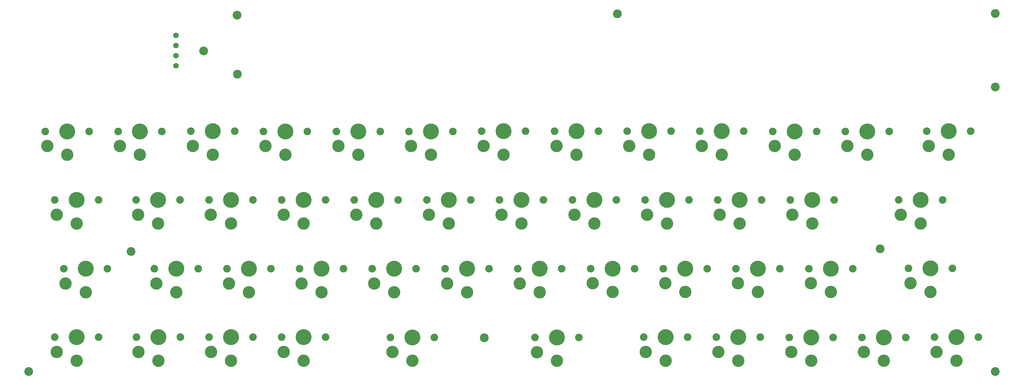
<source format=gts>
G04 #@! TF.GenerationSoftware,KiCad,Pcbnew,(6.0.9)*
G04 #@! TF.CreationDate,2022-11-10T16:14:01+09:00*
G04 #@! TF.ProjectId,meow48,6d656f77-3438-42e6-9b69-6361645f7063,rev?*
G04 #@! TF.SameCoordinates,Original*
G04 #@! TF.FileFunction,Soldermask,Top*
G04 #@! TF.FilePolarity,Negative*
%FSLAX46Y46*%
G04 Gerber Fmt 4.6, Leading zero omitted, Abs format (unit mm)*
G04 Created by KiCad (PCBNEW (6.0.9)) date 2022-11-10 16:14:01*
%MOMM*%
%LPD*%
G01*
G04 APERTURE LIST*
%ADD10C,1.900000*%
%ADD11C,3.100000*%
%ADD12C,4.000000*%
%ADD13C,2.200000*%
%ADD14C,1.397000*%
G04 APERTURE END LIST*
D10*
X99990000Y-115390000D03*
D11*
X89490000Y-119090000D03*
D12*
X94490000Y-115390000D03*
D11*
X94490000Y-121290000D03*
D10*
X88990000Y-115390000D03*
D13*
X77880000Y-83840000D03*
X25610000Y-158470000D03*
D12*
X80800000Y-132650000D03*
D10*
X86300000Y-132650000D03*
D11*
X80800000Y-138550000D03*
D10*
X75300000Y-132650000D03*
D11*
X75800000Y-136350000D03*
D12*
X217580000Y-98180000D03*
D11*
X217580000Y-104080000D03*
X212580000Y-101880000D03*
D10*
X212080000Y-98180000D03*
X223080000Y-98180000D03*
D12*
X130910000Y-115400000D03*
D10*
X125410000Y-115400000D03*
D11*
X125910000Y-119100000D03*
D10*
X136410000Y-115400000D03*
D11*
X130910000Y-121300000D03*
X194330000Y-101860000D03*
D12*
X199330000Y-98160000D03*
D10*
X193830000Y-98160000D03*
X204830000Y-98160000D03*
D11*
X199330000Y-104060000D03*
D12*
X144670000Y-98160000D03*
D11*
X139670000Y-101860000D03*
D10*
X150170000Y-98160000D03*
X139170000Y-98160000D03*
D11*
X144670000Y-104060000D03*
D10*
X159220000Y-132660000D03*
D12*
X153720000Y-132660000D03*
D11*
X148720000Y-136360000D03*
X153720000Y-138560000D03*
D10*
X148220000Y-132660000D03*
D11*
X76310000Y-155790000D03*
D12*
X76310000Y-149890000D03*
D11*
X71310000Y-153590000D03*
D10*
X70810000Y-149890000D03*
X81810000Y-149890000D03*
D11*
X203510000Y-155790000D03*
X198510000Y-153590000D03*
D12*
X203510000Y-149890000D03*
D10*
X209010000Y-149890000D03*
X198010000Y-149890000D03*
X140980000Y-132660000D03*
D12*
X135480000Y-132660000D03*
D11*
X130480000Y-136360000D03*
D10*
X129980000Y-132660000D03*
D11*
X135480000Y-138560000D03*
D12*
X167390000Y-115400000D03*
D11*
X167390000Y-121300000D03*
X162390000Y-119100000D03*
D10*
X172890000Y-115400000D03*
X161890000Y-115400000D03*
X254720000Y-115400000D03*
X243720000Y-115400000D03*
D12*
X249220000Y-115400000D03*
D11*
X244220000Y-119100000D03*
X249220000Y-121300000D03*
D12*
X99020000Y-132650000D03*
D11*
X94020000Y-136350000D03*
X99020000Y-138550000D03*
D10*
X93520000Y-132650000D03*
X104520000Y-132650000D03*
D13*
X267940000Y-68540000D03*
D11*
X94550000Y-155790000D03*
D12*
X94550000Y-149890000D03*
D10*
X100050000Y-149890000D03*
X89050000Y-149890000D03*
D11*
X89550000Y-153590000D03*
D13*
X173130000Y-68630000D03*
D10*
X232140000Y-132640000D03*
D11*
X226640000Y-138540000D03*
X221640000Y-136340000D03*
D10*
X221140000Y-132640000D03*
D12*
X226640000Y-132640000D03*
D13*
X267940000Y-158470000D03*
D10*
X227240000Y-149900000D03*
D11*
X221740000Y-155800000D03*
X216740000Y-153600000D03*
D10*
X216240000Y-149900000D03*
D12*
X221740000Y-149900000D03*
D11*
X144150000Y-119110000D03*
D10*
X143650000Y-115410000D03*
D12*
X149150000Y-115410000D03*
D10*
X154650000Y-115410000D03*
D11*
X149150000Y-121310000D03*
D10*
X122740000Y-132660000D03*
D12*
X117240000Y-132660000D03*
D11*
X117240000Y-138560000D03*
D10*
X111740000Y-132660000D03*
D11*
X112240000Y-136360000D03*
X251200000Y-101850000D03*
X256200000Y-104050000D03*
D10*
X261700000Y-98150000D03*
X250700000Y-98150000D03*
D12*
X256200000Y-98150000D03*
D11*
X39860000Y-138570000D03*
X34860000Y-136370000D03*
D12*
X39860000Y-132670000D03*
D10*
X34360000Y-132670000D03*
X45360000Y-132670000D03*
X40780000Y-98180000D03*
D11*
X30280000Y-101880000D03*
X35280000Y-104080000D03*
D12*
X35280000Y-98180000D03*
D10*
X29780000Y-98180000D03*
X175600000Y-98160000D03*
X186600000Y-98160000D03*
D12*
X181100000Y-98160000D03*
D11*
X176100000Y-101860000D03*
X181100000Y-104060000D03*
D10*
X163490000Y-149920000D03*
D12*
X157990000Y-149920000D03*
D11*
X152990000Y-153620000D03*
X157990000Y-155820000D03*
D10*
X152490000Y-149920000D03*
D13*
X51250000Y-128350000D03*
D11*
X258210000Y-155790000D03*
D10*
X263710000Y-149890000D03*
D11*
X253210000Y-153590000D03*
D12*
X258210000Y-149890000D03*
D10*
X252710000Y-149890000D03*
X77250000Y-98160000D03*
D12*
X71750000Y-98160000D03*
D10*
X66250000Y-98160000D03*
D11*
X66750000Y-101860000D03*
X71750000Y-104060000D03*
D12*
X89960000Y-98180000D03*
D11*
X89960000Y-104080000D03*
X84960000Y-101880000D03*
D10*
X95460000Y-98180000D03*
X84460000Y-98180000D03*
D13*
X239000000Y-127650000D03*
D12*
X185600000Y-115400000D03*
D10*
X191100000Y-115400000D03*
X180100000Y-115400000D03*
D11*
X180600000Y-119100000D03*
X185600000Y-121300000D03*
X121750000Y-155810000D03*
D10*
X116250000Y-149910000D03*
D12*
X121750000Y-149910000D03*
D10*
X127250000Y-149910000D03*
D11*
X116750000Y-153610000D03*
D12*
X185280000Y-149890000D03*
D11*
X185280000Y-155790000D03*
X180280000Y-153590000D03*
D10*
X190780000Y-149890000D03*
X179780000Y-149890000D03*
D13*
X69450000Y-78000000D03*
D11*
X251650000Y-138500000D03*
D10*
X257150000Y-132600000D03*
D12*
X251650000Y-132600000D03*
D11*
X246650000Y-136300000D03*
D10*
X246150000Y-132600000D03*
X102690000Y-98180000D03*
D11*
X103190000Y-101880000D03*
X108190000Y-104080000D03*
D10*
X113690000Y-98180000D03*
D12*
X108190000Y-98180000D03*
D14*
X62530000Y-81730000D03*
X62530000Y-79190000D03*
X62530000Y-76650000D03*
X62530000Y-74110000D03*
D10*
X57060000Y-132650000D03*
D11*
X62560000Y-138550000D03*
D10*
X68060000Y-132650000D03*
D11*
X57560000Y-136350000D03*
D12*
X62560000Y-132650000D03*
X58090000Y-149885000D03*
D10*
X63590000Y-149885000D03*
D11*
X53090000Y-153585000D03*
X58090000Y-155785000D03*
D10*
X52590000Y-149885000D03*
D11*
X235810000Y-104080000D03*
D10*
X230310000Y-98180000D03*
D11*
X230810000Y-101880000D03*
D12*
X235810000Y-98180000D03*
D10*
X241310000Y-98180000D03*
X32110000Y-115410000D03*
D11*
X37610000Y-121310000D03*
D10*
X43110000Y-115410000D03*
D12*
X37610000Y-115410000D03*
D11*
X32610000Y-119110000D03*
X222040000Y-121310000D03*
D12*
X222040000Y-115410000D03*
D10*
X216540000Y-115410000D03*
D11*
X217040000Y-119110000D03*
D10*
X227540000Y-115410000D03*
X202920000Y-132640000D03*
D11*
X203420000Y-136340000D03*
D12*
X208420000Y-132640000D03*
D10*
X213920000Y-132640000D03*
D11*
X208420000Y-138540000D03*
D13*
X267940000Y-87020000D03*
D10*
X120940000Y-98180000D03*
D12*
X126440000Y-98180000D03*
D10*
X131940000Y-98180000D03*
D11*
X121440000Y-101880000D03*
X126440000Y-104080000D03*
D12*
X37630000Y-149860000D03*
D11*
X37630000Y-155760000D03*
D10*
X43130000Y-149860000D03*
X32130000Y-149860000D03*
D11*
X32630000Y-153560000D03*
D12*
X171960000Y-132640000D03*
D11*
X171960000Y-138540000D03*
X166960000Y-136340000D03*
D10*
X166460000Y-132640000D03*
X177460000Y-132640000D03*
D11*
X53490000Y-104080000D03*
D12*
X53490000Y-98180000D03*
D10*
X47990000Y-98180000D03*
X58990000Y-98180000D03*
D11*
X48490000Y-101880000D03*
D13*
X139850000Y-150050000D03*
D11*
X162900000Y-104060000D03*
X157900000Y-101860000D03*
D10*
X168400000Y-98160000D03*
D12*
X162900000Y-98160000D03*
D10*
X157400000Y-98160000D03*
D11*
X112710000Y-121300000D03*
D12*
X112710000Y-115400000D03*
D11*
X107710000Y-119100000D03*
D10*
X118210000Y-115400000D03*
X107210000Y-115400000D03*
D11*
X198820000Y-119110000D03*
D10*
X209320000Y-115410000D03*
D12*
X203820000Y-115410000D03*
D11*
X203820000Y-121310000D03*
D10*
X198320000Y-115410000D03*
D11*
X239950000Y-155795000D03*
D10*
X245450000Y-149895000D03*
D12*
X239950000Y-149895000D03*
D10*
X234450000Y-149895000D03*
D11*
X234950000Y-153595000D03*
X53050000Y-119110000D03*
D10*
X63550000Y-115410000D03*
D11*
X58050000Y-121310000D03*
D10*
X52550000Y-115410000D03*
D12*
X58050000Y-115410000D03*
X76270000Y-115400000D03*
D11*
X71270000Y-119100000D03*
D10*
X70770000Y-115400000D03*
X81770000Y-115400000D03*
D11*
X76270000Y-121300000D03*
D13*
X77850000Y-68990000D03*
D10*
X195700000Y-132640000D03*
D12*
X190200000Y-132640000D03*
D11*
X190200000Y-138540000D03*
D10*
X184700000Y-132640000D03*
D11*
X185200000Y-136340000D03*
M02*

</source>
